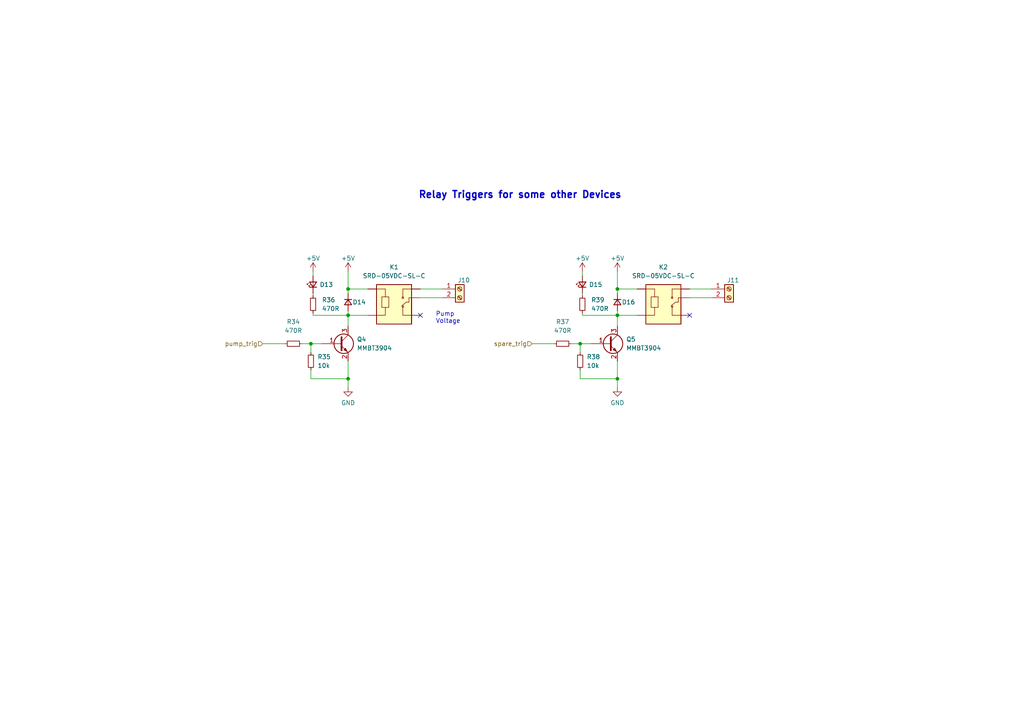
<source format=kicad_sch>
(kicad_sch (version 20211123) (generator eeschema)
  (paper "A4")
  (title_block (title "MKULIMA IOT DEVICE") (date "2022-10-26") (rev "v01") (comment 1 "Checked By: ") (comment 2 "Designed By: ") (comment 3 "Project Lead: Peter Kirumba") (comment 4 "MKULIMA IOT DEVICE"))
  (lib_symbols
    (symbol "Connector:Screw_Terminal_01x02" (pin_names (offset 1.016) hide)
      (property "Reference" "J" (at 0 2.54 0))
      (property "Value" "Screw_Terminal_01x02" (at 0 -5.08 0))
      (symbol "Screw_Terminal_01x02_1_1"
        (rectangle (start -1.27 1.27) (end 1.27 -3.81) (stroke (width 0.254)) (fill (type background)))
        (circle (center 0 -2.54) (radius 0.635) (stroke (width 0.1524)))
        (polyline (pts (xy -0.5334 -2.2098) (xy 0.3302 -3.048)) (stroke (width 0.1524)))
        (polyline (pts (xy -0.5334 0.3302) (xy 0.3302 -0.508)) (stroke (width 0.1524)))
        (polyline (pts (xy -0.3556 -2.032) (xy 0.508 -2.8702)) (stroke (width 0.1524)))
        (polyline (pts (xy -0.3556 0.508) (xy 0.508 -0.3302)) (stroke (width 0.1524)))
        (circle (center 0 0) (radius 0.635) (stroke (width 0.1524)))
        (pin passive line (at -5.08 0 0) (length 3.81) (name "Pin_1") (number "1"))
        (pin passive line (at -5.08 -2.54 0) (length 3.81) (name "Pin_2") (number "2"))
      )
    )
    (symbol "Device:D_Small" (pin_numbers hide) (pin_names (offset 0.254) hide)
      (property "Reference" "D" (at -1.27 2.032 0))
      (property "Value" "D_Small" (at -3.81 -2.032 0))
      (symbol "D_Small_0_1"
        (polyline (pts (xy -0.762 -1.016) (xy -0.762 1.016)) (stroke (width 0.254)))
        (polyline (pts (xy -0.762 0) (xy 0.762 0)))
        (polyline (pts (xy 0.762 -1.016) (xy -0.762 0) (xy 0.762 1.016) (xy 0.762 -1.016)) (stroke (width 0.254)))
      )
      (symbol "D_Small_1_1"
        (pin passive line (at -2.54 0 0) (length 1.778) (name "K") (number "1"))
        (pin passive line (at 2.54 0 180) (length 1.778) (name "A") (number "2"))
      )
    )
    (symbol "Device:LED_Small" (pin_numbers hide) (pin_names (offset 0.254) hide)
      (property "Reference" "D" (at -1.27 3.175 0))
      (property "Value" "LED_Small" (at -4.445 -2.54 0))
      (symbol "LED_Small_0_1"
        (polyline (pts (xy -0.762 -1.016) (xy -0.762 1.016)) (stroke (width 0.254)))
        (polyline (pts (xy 1.016 0) (xy -0.762 0)))
        (polyline (pts (xy 0.762 -1.016) (xy -0.762 0) (xy 0.762 1.016) (xy 0.762 -1.016)) (stroke (width 0.254)))
        (polyline (pts (xy 0 0.762) (xy -0.508 1.27) (xy -0.254 1.27) (xy -0.508 1.27) (xy -0.508 1.016)))
        (polyline (pts (xy 0.508 1.27) (xy 0 1.778) (xy 0.254 1.778) (xy 0 1.778) (xy 0 1.524)))
      )
      (symbol "LED_Small_1_1"
        (pin passive line (at -2.54 0 0) (length 1.778) (name "K") (number "1"))
        (pin passive line (at 2.54 0 180) (length 1.778) (name "A") (number "2"))
      )
    )
    (symbol "Device:R_Small" (pin_numbers hide) (pin_names (offset 0.254) hide)
      (property "Reference" "R" (at 0.762 0.508 0))
      (property "Value" "R_Small" (at 0.762 -1.016 0))
      (symbol "R_Small_0_1"
        (rectangle (start -0.762 1.778) (end 0.762 -1.778) (stroke (width 0.2032)))
      )
      (symbol "R_Small_1_1"
        (pin passive line (at 0 2.54 270) (length 0.762) (name "~") (number "1"))
        (pin passive line (at 0 -2.54 90) (length 0.762) (name "~") (number "2"))
      )
    )
    (symbol "GCL_Relays_Coils:SRD-05VDC-SL-C" (pin_numbers hide) (pin_names (offset 1.016) hide)
      (property "Reference" "K" (at -1.27 6.35 0))
      (property "Value" "SRD-05VDC-SL-C" (at -5.08 -10.16 0))
      (symbol "SRD-05VDC-SL-C_0_0"
        (rectangle (start -5.08 3.81) (end 5.08 -7.62) (stroke (width 0.254)) (fill (type background)))
        (polyline (pts (xy -5.08 2.54) (xy -2.54 2.54)) (stroke (width 0.1524)))
        (polyline (pts (xy -3.556 -2.794) (xy -2.54 -2.794)) (stroke (width 0.1524)))
        (polyline (pts (xy -3.556 0.254) (xy -3.556 -2.794)) (stroke (width 0.1524)))
        (polyline (pts (xy -2.54 -5.08) (xy -5.08 -5.08)) (stroke (width 0.1524)))
        (polyline (pts (xy -2.54 -2.794) (xy -2.54 -5.08)) (stroke (width 0.1524)))
        (polyline (pts (xy -2.54 -2.794) (xy -1.524 -2.794)) (stroke (width 0.1524)))
        (polyline (pts (xy -2.54 0.254) (xy -3.556 0.254)) (stroke (width 0.1524)))
        (polyline (pts (xy -2.54 2.54) (xy -2.54 0.254)) (stroke (width 0.1524)))
        (polyline (pts (xy -1.524 -2.794) (xy -1.524 0.254)) (stroke (width 0.1524)))
        (polyline (pts (xy -1.524 0.254) (xy -2.54 0.254)) (stroke (width 0.1524)))
        (polyline (pts (xy 2.54 -5.08) (xy 5.08 -5.08)) (stroke (width 0.1524)))
        (polyline (pts (xy 2.54 -2.54) (xy 2.54 -5.08)) (stroke (width 0.1524)))
        (polyline (pts (xy 2.54 2.54) (xy 2.54 0)) (stroke (width 0.1524)))
        (polyline (pts (xy 3.556 -1.27) (xy 2.286 -2.286)) (stroke (width 0.1524)))
        (polyline (pts (xy 3.556 -1.27) (xy 4.318 -1.27)) (stroke (width 0.1524)))
        (polyline (pts (xy 4.318 -1.27) (xy 4.318 0)) (stroke (width 0.1524)))
        (polyline (pts (xy 4.318 0) (xy 5.08 0)) (stroke (width 0.1524)))
        (polyline (pts (xy 5.08 0) (xy 5.08 -7.62)) (stroke (width 0.254)))
        (polyline (pts (xy 5.08 2.54) (xy 2.54 2.54)) (stroke (width 0.1524)))
        (circle (center 2.54 -2.54) (radius 0.254) (stroke (width 0.1524)))
        (circle (center 2.54 0) (radius 0.254) (stroke (width 0.1524)))
        (pin passive line (at -7.62 2.54 0) (length 2.54) (name "A1") (number "A1"))
        (pin passive line (at -7.62 -5.08 0) (length 2.54) (name "A2") (number "A2"))
        (pin passive line (at 7.62 0 180) (length 2.54) (name "COM") (number "COM"))
        (pin passive line (at 7.62 -5.08 180) (length 2.54) (name "NC") (number "NC"))
        (pin passive line (at 7.62 2.54 180) (length 2.54) (name "NO") (number "NO"))
      )
    )
    (symbol "Transistor_BJT:MMBT3904" (pin_names (offset 0) hide)
      (property "Reference" "Q" (at 5.08 1.905 0))
      (property "Value" "MMBT3904" (at 5.08 0 0))
      (symbol "MMBT3904_0_1"
        (polyline (pts (xy 0.635 0.635) (xy 2.54 2.54)))
        (polyline (pts (xy 0.635 -0.635) (xy 2.54 -2.54) (xy 2.54 -2.54)))
        (polyline (pts (xy 0.635 1.905) (xy 0.635 -1.905) (xy 0.635 -1.905)) (stroke (width 0.508)))
        (polyline (pts (xy 1.27 -1.778) (xy 1.778 -1.27) (xy 2.286 -2.286) (xy 1.27 -1.778) (xy 1.27 -1.778)) (fill (type outline)))
        (circle (center 1.27 0) (radius 2.8194) (stroke (width 0.254)))
      )
      (symbol "MMBT3904_1_1"
        (pin input line (at -5.08 0 0) (length 5.715) (name "B") (number "1"))
        (pin passive line (at 2.54 -5.08 90) (length 2.54) (name "E") (number "2"))
        (pin passive line (at 2.54 5.08 270) (length 2.54) (name "C") (number "3"))
      )
    )
    (symbol "power:+5V" (power) (pin_names (offset 0))
      (property "Value" "+5V" (at 0 3.556 0))
      (symbol "+5V_0_1"
        (polyline (pts (xy -0.762 1.27) (xy 0 2.54)))
        (polyline (pts (xy 0 0) (xy 0 2.54)))
        (polyline (pts (xy 0 2.54) (xy 0.762 1.27)))
      )
      (symbol "+5V_1_1"
        (pin power_in line (at 0 0 90) (length 0) hide (name "+5V") (number "1"))
      )
    )
    (symbol "power:GND" (power) (pin_names (offset 0))
      (property "Value" "GND" (at 0 -3.81 0))
      (symbol "GND_0_1"
        (polyline (pts (xy 0 0) (xy 0 -1.27) (xy 1.27 -1.27) (xy 0 -2.54) (xy -1.27 -1.27) (xy 0 -1.27)))
      )
      (symbol "GND_1_1"
        (pin power_in line (at 0 0 270) (length 0) hide (name "GND") (number "1"))
      )
    )
  )
  (junction (at 168.275 99.695))
  (junction (at 90.17 99.695))
  (junction (at 179.07 91.44))
  (junction (at 100.965 83.82))
  (junction (at 179.07 109.855))
  (junction (at 100.965 91.44))
  (junction (at 179.07 83.82))
  (junction (at 100.965 109.855))
  (no_connect (at 121.92 91.44))
  (no_connect (at 200.025 91.44))
  (wire (pts (xy 179.07 83.82) (xy 179.07 85.09)))
  (wire (pts (xy 100.965 83.82) (xy 100.965 85.09)))
  (wire (pts (xy 100.965 91.44) (xy 106.68 91.44)))
  (wire (pts (xy 168.275 99.695) (xy 168.275 102.235)))
  (wire (pts (xy 90.805 91.44) (xy 100.965 91.44)))
  (wire (pts (xy 179.07 91.44) (xy 179.07 94.615)))
  (wire (pts (xy 121.92 86.36) (xy 128.27 86.36)))
  (wire (pts (xy 100.965 109.855) (xy 100.965 104.775)))
  (wire (pts (xy 90.805 78.74) (xy 90.805 80.01)))
  (wire (pts (xy 168.275 109.855) (xy 179.07 109.855)))
  (wire (pts (xy 90.17 99.695) (xy 90.17 102.235)))
  (wire (pts (xy 179.07 78.74) (xy 179.07 83.82)))
  (wire (pts (xy 90.17 107.315) (xy 90.17 109.855)))
  (wire (pts (xy 100.965 91.44) (xy 100.965 94.615)))
  (wire (pts (xy 121.92 83.82) (xy 128.27 83.82)))
  (wire (pts (xy 168.91 78.74) (xy 168.91 80.01)))
  (wire (pts (xy 165.735 99.695) (xy 168.275 99.695)))
  (wire (pts (xy 87.63 99.695) (xy 90.17 99.695)))
  (wire (pts (xy 168.275 99.695) (xy 171.45 99.695)))
  (wire (pts (xy 168.275 107.315) (xy 168.275 109.855)))
  (wire (pts (xy 90.17 99.695) (xy 93.345 99.695)))
  (wire (pts (xy 168.91 90.805) (xy 168.91 91.44)))
  (wire (pts (xy 179.07 109.855) (xy 179.07 112.395)))
  (wire (pts (xy 179.07 91.44) (xy 184.785 91.44)))
  (wire (pts (xy 90.805 85.09) (xy 90.805 85.725)))
  (wire (pts (xy 100.965 78.74) (xy 100.965 83.82)))
  (wire (pts (xy 76.2 99.695) (xy 82.55 99.695)))
  (wire (pts (xy 179.07 83.82) (xy 184.785 83.82)))
  (wire (pts (xy 200.025 83.82) (xy 206.375 83.82)))
  (wire (pts (xy 179.07 109.855) (xy 179.07 104.775)))
  (wire (pts (xy 168.91 91.44) (xy 179.07 91.44)))
  (wire (pts (xy 179.07 90.17) (xy 179.07 91.44)))
  (wire (pts (xy 168.91 85.09) (xy 168.91 85.725)))
  (wire (pts (xy 100.965 109.855) (xy 100.965 112.395)))
  (wire (pts (xy 100.965 83.82) (xy 106.68 83.82)))
  (wire (pts (xy 90.805 90.805) (xy 90.805 91.44)))
  (wire (pts (xy 154.305 99.695) (xy 160.655 99.695)))
  (wire (pts (xy 200.025 86.36) (xy 206.375 86.36)))
  (wire (pts (xy 90.17 109.855) (xy 100.965 109.855)))
  (wire (pts (xy 100.965 90.17) (xy 100.965 91.44)))
  (text "Relay Triggers for some other Devices" (at 121.285 57.785 0) (effects (font (size 2 2) (thickness 0.4) bold) (justify left bottom)))
  (text "Pump\nVoltage" (at 126.365 93.98 0) (effects (font (size 1.27 1.27)) (justify left bottom)))
  (hierarchical_label "spare_trig" (shape input) (at 154.305 99.695 180))
  (hierarchical_label "pump_trig" (shape input) (at 76.2 99.695 180))
  (symbol (lib_id "power:+5V") (at 179.07 78.74 0) (unit 1)
    (property "Reference" "#PWR076" (effects hide))
    (property "Value" "+5V" (at 179.07 74.93 0))
  )
  (symbol (lib_id "Device:LED_Small") (at 90.805 82.55 90) (unit 1)
    (property "Reference" "D13" (at 92.71 82.55 90) (effects (justify right)))
    (property "Value" "LED_Small" (effects hide))
    (property "Footprint" "LED_SMD:LED_0805_2012Metric" (effects hide))
  )
  (symbol (lib_id "power:+5V") (at 90.805 78.74 0) (unit 1)
    (property "Reference" "#PWR072" (effects hide))
    (property "Value" "+5V" (at 90.805 74.93 0))
  )
  (symbol (lib_id "Device:D_Small") (at 179.07 87.63 270) (unit 1)
    (property "Reference" "D16" (at 180.34 87.63 90) (effects (justify left)))
    (property "Value" "D_Small" (effects hide))
    (property "Footprint" "Diode_SMD:D_SOD-123" (effects hide))
  )
  (symbol (lib_id "Device:R_Small") (at 85.09 99.695 90) (unit 1)
    (property "Reference" "R34" (at 85.09 93.345 90))
    (property "Value" "470R" (at 85.09 95.885 90))
    (property "Footprint" "Resistor_SMD:R_0805_2012Metric" (effects hide))
  )
  (symbol (lib_id "Device:R_Small") (at 163.195 99.695 90) (unit 1)
    (property "Reference" "R37" (at 163.195 93.345 90))
    (property "Value" "470R" (at 163.195 95.885 90))
    (property "Footprint" "Resistor_SMD:R_0805_2012Metric" (effects hide))
  )
  (symbol (lib_id "Connector:Screw_Terminal_01x02") (at 211.455 83.82 0) (unit 1)
    (property "Reference" "J11" (at 210.82 81.28 0) (effects (justify left)))
    (property "Value" "Screw_Terminal_01x02" (effects hide))
    (property "Footprint" "TerminalBlock_Phoenix:TerminalBlock_Phoenix_PT-1,5-2-3.5-H_1x02_P3.50mm_Horizontal" (effects hide))
  )
  (symbol (lib_id "Transistor_BJT:MMBT3904") (at 98.425 99.695 0) (unit 1)
    (property "Reference" "Q4" (at 103.505 98.4249 0) (effects (justify left)))
    (property "Value" "MMBT3904" (at 103.505 100.9649 0) (effects (justify left)))
    (property "Footprint" "Package_TO_SOT_SMD:SOT-23" (effects hide))
    (property "Datasheet" "https://www.onsemi.com/pub/Collateral/2N3903-D.PDF" (effects hide))
  )
  (symbol (lib_id "Device:D_Small") (at 100.965 87.63 270) (unit 1)
    (property "Reference" "D14" (at 102.235 87.63 90) (effects (justify left)))
    (property "Value" "D_Small" (effects hide))
    (property "Footprint" "Diode_SMD:D_SOD-123" (effects hide))
  )
  (symbol (lib_id "power:GND") (at 179.07 112.395 0) (unit 1)
    (property "Reference" "#PWR077" (effects hide))
    (property "Value" "GND" (at 179.07 116.84 0))
  )
  (symbol (lib_id "Connector:Screw_Terminal_01x02") (at 133.35 83.82 0) (unit 1)
    (property "Reference" "J10" (at 132.715 81.28 0) (effects (justify left)))
    (property "Value" "Screw_Terminal_01x02" (effects hide))
    (property "Footprint" "TerminalBlock_Phoenix:TerminalBlock_Phoenix_PT-1,5-2-3.5-H_1x02_P3.50mm_Horizontal" (effects hide))
  )
  (symbol (lib_id "Transistor_BJT:MMBT3904") (at 176.53 99.695 0) (unit 1)
    (property "Reference" "Q5" (at 181.61 98.4249 0) (effects (justify left)))
    (property "Value" "MMBT3904" (at 181.61 100.9649 0) (effects (justify left)))
    (property "Footprint" "Package_TO_SOT_SMD:SOT-23" (effects hide))
    (property "Datasheet" "https://www.onsemi.com/pub/Collateral/2N3903-D.PDF" (effects hide))
  )
  (symbol (lib_id "Device:R_Small") (at 90.17 104.775 0) (unit 1)
    (property "Reference" "R35" (at 92.075 103.5049 0) (effects (justify left)))
    (property "Value" "10k" (at 92.075 106.0449 0) (effects (justify left)))
    (property "Footprint" "Resistor_SMD:R_0805_2012Metric" (effects hide))
  )
  (symbol (lib_id "Device:LED_Small") (at 168.91 82.55 90) (unit 1)
    (property "Reference" "D15" (at 170.815 82.55 90) (effects (justify right)))
    (property "Value" "LED_Small" (effects hide))
    (property "Footprint" "LED_SMD:LED_0805_2012Metric" (effects hide))
  )
  (symbol (lib_id "power:+5V") (at 100.965 78.74 0) (unit 1)
    (property "Reference" "#PWR073" (effects hide))
    (property "Value" "+5V" (at 100.965 74.93 0))
  )
  (symbol (lib_id "Device:R_Small") (at 90.805 88.265 180) (unit 1)
    (property "Reference" "R36" (at 93.345 86.9949 0) (effects (justify right)))
    (property "Value" "470R" (at 93.345 89.5349 0) (effects (justify right)))
    (property "Footprint" "Resistor_SMD:R_0805_2012Metric" (effects hide))
  )
  (symbol (lib_id "Device:R_Small") (at 168.275 104.775 0) (unit 1)
    (property "Reference" "R38" (at 170.18 103.5049 0) (effects (justify left)))
    (property "Value" "10k" (at 170.18 106.0449 0) (effects (justify left)))
    (property "Footprint" "Resistor_SMD:R_0805_2012Metric" (effects hide))
  )
  (symbol (lib_id "GCL_Relays_Coils:SRD-05VDC-SL-C") (at 192.405 86.36 0) (unit 1)
    (property "Reference" "K2" (at 192.405 77.47 0))
    (property "Value" "SRD-05VDC-SL-C" (at 192.405 80.01 0))
    (property "Footprint" "greencharge-footprints:SRD-05VDC-SL-C" (effects hide))
    (property "Datasheet" "SONGLE RELAY" (effects hide))
    (property "Field4" "IPC-7251" (effects hide))
  )
  (symbol (lib_id "GCL_Relays_Coils:SRD-05VDC-SL-C") (at 114.3 86.36 0) (unit 1)
    (property "Reference" "K1" (at 114.3 77.47 0))
    (property "Value" "SRD-05VDC-SL-C" (at 114.3 80.01 0))
    (property "Footprint" "greencharge-footprints:SRD-05VDC-SL-C" (effects hide))
    (property "Datasheet" "SONGLE RELAY" (effects hide))
    (property "Field4" "IPC-7251" (effects hide))
  )
  (symbol (lib_id "Device:R_Small") (at 168.91 88.265 180) (unit 1)
    (property "Reference" "R39" (at 171.45 86.9949 0) (effects (justify right)))
    (property "Value" "470R" (at 171.45 89.5349 0) (effects (justify right)))
    (property "Footprint" "Resistor_SMD:R_0805_2012Metric" (effects hide))
  )
  (symbol (lib_id "power:+5V") (at 168.91 78.74 0) (unit 1)
    (property "Reference" "#PWR075" (effects hide))
    (property "Value" "+5V" (at 168.91 74.93 0))
  )
  (symbol (lib_id "power:GND") (at 100.965 112.395 0) (unit 1)
    (property "Reference" "#PWR074" (effects hide))
    (property "Value" "GND" (at 100.965 116.84 0))
  )
)
</source>
